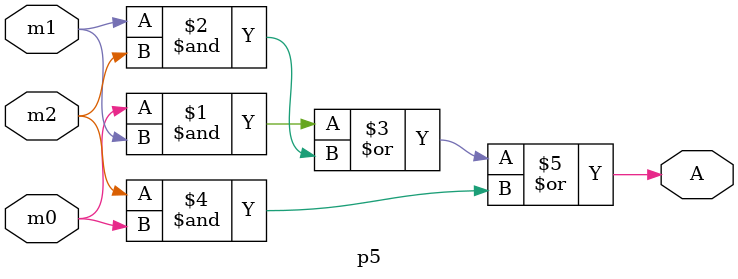
<source format=v>
/* Verilog Model for
   Alarm in Mueseum */
module p5(A,m0,m1,m2);
    
    input m0,m1,m2; // motion sensor in each room
    output A;       // alarm

    /* alarm sounds when there is
     motion in more than one room at a time */
    assign A = (m0 & m1) | (m1 & m2) | (m2 & m0);
endmodule
</source>
